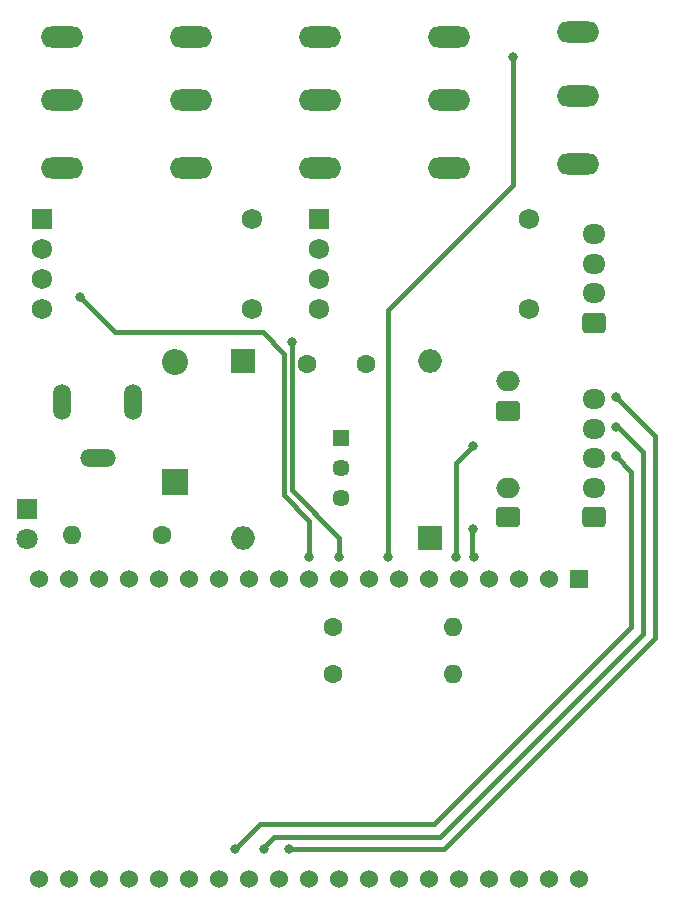
<source format=gbr>
%TF.GenerationSoftware,KiCad,Pcbnew,7.0.10*%
%TF.CreationDate,2025-05-14T10:04:39+02:00*%
%TF.ProjectId,Carte_driver_LED,43617274-655f-4647-9269-7665725f4c45,rev?*%
%TF.SameCoordinates,Original*%
%TF.FileFunction,Copper,L1,Top*%
%TF.FilePolarity,Positive*%
%FSLAX46Y46*%
G04 Gerber Fmt 4.6, Leading zero omitted, Abs format (unit mm)*
G04 Created by KiCad (PCBNEW 7.0.10) date 2025-05-14 10:04:39*
%MOMM*%
%LPD*%
G01*
G04 APERTURE LIST*
G04 Aperture macros list*
%AMRoundRect*
0 Rectangle with rounded corners*
0 $1 Rounding radius*
0 $2 $3 $4 $5 $6 $7 $8 $9 X,Y pos of 4 corners*
0 Add a 4 corners polygon primitive as box body*
4,1,4,$2,$3,$4,$5,$6,$7,$8,$9,$2,$3,0*
0 Add four circle primitives for the rounded corners*
1,1,$1+$1,$2,$3*
1,1,$1+$1,$4,$5*
1,1,$1+$1,$6,$7*
1,1,$1+$1,$8,$9*
0 Add four rect primitives between the rounded corners*
20,1,$1+$1,$2,$3,$4,$5,0*
20,1,$1+$1,$4,$5,$6,$7,0*
20,1,$1+$1,$6,$7,$8,$9,0*
20,1,$1+$1,$8,$9,$2,$3,0*%
G04 Aperture macros list end*
%TA.AperFunction,ComponentPad*%
%ADD10O,3.600000X1.800000*%
%TD*%
%TA.AperFunction,ComponentPad*%
%ADD11C,1.600000*%
%TD*%
%TA.AperFunction,ComponentPad*%
%ADD12O,1.600000X1.600000*%
%TD*%
%TA.AperFunction,ComponentPad*%
%ADD13R,1.448000X1.448000*%
%TD*%
%TA.AperFunction,ComponentPad*%
%ADD14C,1.448000*%
%TD*%
%TA.AperFunction,ComponentPad*%
%ADD15R,1.725000X1.725000*%
%TD*%
%TA.AperFunction,ComponentPad*%
%ADD16C,1.725000*%
%TD*%
%TA.AperFunction,ComponentPad*%
%ADD17RoundRect,0.250000X0.725000X-0.600000X0.725000X0.600000X-0.725000X0.600000X-0.725000X-0.600000X0*%
%TD*%
%TA.AperFunction,ComponentPad*%
%ADD18O,1.950000X1.700000*%
%TD*%
%TA.AperFunction,ComponentPad*%
%ADD19O,1.508000X3.016000*%
%TD*%
%TA.AperFunction,ComponentPad*%
%ADD20O,3.016000X1.508000*%
%TD*%
%TA.AperFunction,ComponentPad*%
%ADD21RoundRect,0.250000X0.750000X-0.600000X0.750000X0.600000X-0.750000X0.600000X-0.750000X-0.600000X0*%
%TD*%
%TA.AperFunction,ComponentPad*%
%ADD22O,2.000000X1.700000*%
%TD*%
%TA.AperFunction,ComponentPad*%
%ADD23R,2.200000X2.200000*%
%TD*%
%TA.AperFunction,ComponentPad*%
%ADD24O,2.200000X2.200000*%
%TD*%
%TA.AperFunction,ComponentPad*%
%ADD25R,2.000000X2.000000*%
%TD*%
%TA.AperFunction,ComponentPad*%
%ADD26O,2.000000X2.000000*%
%TD*%
%TA.AperFunction,ComponentPad*%
%ADD27R,1.800000X1.800000*%
%TD*%
%TA.AperFunction,ComponentPad*%
%ADD28C,1.800000*%
%TD*%
%TA.AperFunction,ComponentPad*%
%ADD29R,1.530000X1.530000*%
%TD*%
%TA.AperFunction,ComponentPad*%
%ADD30C,1.530000*%
%TD*%
%TA.AperFunction,ViaPad*%
%ADD31C,0.800000*%
%TD*%
%TA.AperFunction,Conductor*%
%ADD32C,0.400000*%
%TD*%
G04 APERTURE END LIST*
D10*
%TO.P,J3,1*%
%TO.N,/AN_1.1*%
X48175000Y-22250000D03*
%TO.P,J3,2*%
%TO.N,GND*%
X48175000Y-27650000D03*
%TO.P,J3,3*%
%TO.N,unconnected-(J3-Pad3)*%
X48175000Y-33350000D03*
%TD*%
D11*
%TO.P,R1,1*%
%TO.N,+5V*%
X34810000Y-64450000D03*
D12*
%TO.P,R1,2*%
%TO.N,Net-(D1-A)*%
X27190000Y-64450000D03*
%TD*%
D13*
%TO.P,U1,1,Vin*%
%TO.N,Net-(D4-K)*%
X49915000Y-56200000D03*
D14*
%TO.P,U1,2,GND*%
%TO.N,GND*%
X49915000Y-58740000D03*
%TO.P,U1,3,Vout*%
%TO.N,+5V*%
X49915000Y-61280000D03*
%TD*%
D15*
%TO.P,U3,1,+Vin*%
%TO.N,VCC*%
X48045000Y-37685000D03*
D16*
%TO.P,U3,2,An_Dim*%
%TO.N,/AN_1.1*%
X48045000Y-40225000D03*
%TO.P,U3,3,PWM/ON/OFF*%
%TO.N,/PWM_1.2*%
X48045000Y-42765000D03*
%TO.P,U3,4,GND*%
%TO.N,GND*%
X48045000Y-45305000D03*
%TO.P,U3,5,-Vout*%
%TO.N,Net-(U3--Vout)*%
X65825000Y-45305000D03*
%TO.P,U3,6,+Vout*%
%TO.N,Net-(U3-+Vout)*%
X65825000Y-37685000D03*
%TD*%
D11*
%TO.P,R3,1*%
%TO.N,/PWM_2.2*%
X49220000Y-76200000D03*
D12*
%TO.P,R3,2*%
%TO.N,Net-(J10-Pin_1)*%
X59380000Y-76200000D03*
%TD*%
D17*
%TO.P,J8,1,Pin_1*%
%TO.N,+5V*%
X71325000Y-46500000D03*
D18*
%TO.P,J8,2,Pin_2*%
%TO.N,GND*%
X71325000Y-44000000D03*
%TO.P,J8,3,Pin_3*%
%TO.N,/SDA*%
X71325000Y-41500000D03*
%TO.P,J8,4,Pin_4*%
%TO.N,/SCL*%
X71325000Y-39000000D03*
%TD*%
D10*
%TO.P,J4,1*%
%TO.N,Net-(U4-+Vout)*%
X37250000Y-22250000D03*
%TO.P,J4,2*%
%TO.N,Net-(U4--Vout)*%
X37250000Y-27650000D03*
%TO.P,J4,3*%
%TO.N,unconnected-(J4-Pad3)*%
X37250000Y-33350000D03*
%TD*%
D19*
%TO.P,J1,1*%
%TO.N,VCC*%
X32325000Y-53200000D03*
%TO.P,J1,2*%
%TO.N,GND*%
X26325000Y-53200000D03*
D20*
%TO.P,J1,3*%
%TO.N,unconnected-(J1-Pad3)*%
X29325000Y-57900000D03*
%TD*%
D10*
%TO.P,J5,1*%
%TO.N,/AN_2.1*%
X26325000Y-22250000D03*
%TO.P,J5,2*%
%TO.N,GND*%
X26325000Y-27650000D03*
%TO.P,J5,3*%
%TO.N,unconnected-(J5-Pad3)*%
X26325000Y-33350000D03*
%TD*%
D21*
%TO.P,J9,1,Pin_1*%
%TO.N,Net-(J9-Pin_1)*%
X64091666Y-53950000D03*
D22*
%TO.P,J9,2,Pin_2*%
%TO.N,GND*%
X64091666Y-51450000D03*
%TD*%
D23*
%TO.P,D4,1,K*%
%TO.N,Net-(D4-K)*%
X35900000Y-59960000D03*
D24*
%TO.P,D4,2,A*%
%TO.N,VCC*%
X35900000Y-49800000D03*
%TD*%
D11*
%TO.P,C2,1*%
%TO.N,Net-(D4-K)*%
X47025000Y-49950000D03*
%TO.P,C2,2*%
%TO.N,GND*%
X52025000Y-49950000D03*
%TD*%
D10*
%TO.P,J2,1*%
%TO.N,Net-(U3-+Vout)*%
X59100000Y-22250000D03*
%TO.P,J2,2*%
%TO.N,Net-(U3--Vout)*%
X59100000Y-27650000D03*
%TO.P,J2,3*%
%TO.N,unconnected-(J2-Pad3)*%
X59100000Y-33350000D03*
%TD*%
D15*
%TO.P,U4,1,+Vin*%
%TO.N,VCC*%
X24595000Y-37685000D03*
D16*
%TO.P,U4,2,An_Dim*%
%TO.N,/AN_2.1*%
X24595000Y-40225000D03*
%TO.P,U4,3,PWM/ON/OFF*%
%TO.N,/PWM_2.2*%
X24595000Y-42765000D03*
%TO.P,U4,4,GND*%
%TO.N,GND*%
X24595000Y-45305000D03*
%TO.P,U4,5,-Vout*%
%TO.N,Net-(U4--Vout)*%
X42375000Y-45305000D03*
%TO.P,U4,6,+Vout*%
%TO.N,Net-(U4-+Vout)*%
X42375000Y-37685000D03*
%TD*%
D25*
%TO.P,C3,1*%
%TO.N,+5V*%
X57500000Y-64700000D03*
D26*
%TO.P,C3,2*%
%TO.N,GND*%
X57500000Y-49700000D03*
%TD*%
D27*
%TO.P,D1,1,K*%
%TO.N,GND*%
X23325000Y-62250000D03*
D28*
%TO.P,D1,2,A*%
%TO.N,Net-(D1-A)*%
X23325000Y-64790000D03*
%TD*%
D25*
%TO.P,C1,1*%
%TO.N,Net-(D4-K)*%
X41675000Y-49700000D03*
D26*
%TO.P,C1,2*%
%TO.N,GND*%
X41675000Y-64700000D03*
%TD*%
D10*
%TO.P,J6,1*%
%TO.N,/trigger*%
X70025000Y-21900000D03*
%TO.P,J6,2*%
%TO.N,GND*%
X70025000Y-27300000D03*
%TO.P,J6,3*%
%TO.N,unconnected-(J6-Pad3)*%
X70025000Y-33000000D03*
%TD*%
D29*
%TO.P,U2,1,3V3*%
%TO.N,unconnected-(U2-3V3-Pad1)*%
X70105000Y-68200000D03*
D30*
%TO.P,U2,2,EN*%
%TO.N,unconnected-(U2-EN-Pad2)*%
X67565000Y-68200000D03*
%TO.P,U2,3,SENSOR_VP*%
%TO.N,unconnected-(U2-SENSOR_VP-Pad3)*%
X65025000Y-68200000D03*
%TO.P,U2,4,SENSOR_VN*%
%TO.N,unconnected-(U2-SENSOR_VN-Pad4)*%
X62485000Y-68200000D03*
%TO.P,U2,5,IO34*%
%TO.N,unconnected-(U2-IO34-Pad5)*%
X59945000Y-68200000D03*
%TO.P,U2,6,IO35*%
%TO.N,unconnected-(U2-IO35-Pad6)*%
X57405000Y-68200000D03*
%TO.P,U2,7,IO32*%
%TO.N,unconnected-(U2-IO32-Pad7)*%
X54865000Y-68200000D03*
%TO.P,U2,8,IO33*%
%TO.N,/trigger*%
X52325000Y-68200000D03*
%TO.P,U2,9,IO25*%
%TO.N,/PWM_1.2*%
X49785000Y-68200000D03*
%TO.P,U2,10,IO26*%
%TO.N,/PWM_2.2*%
X47245000Y-68200000D03*
%TO.P,U2,11,IO27*%
%TO.N,unconnected-(U2-IO27-Pad11)*%
X44705000Y-68200000D03*
%TO.P,U2,12,IO14*%
%TO.N,unconnected-(U2-IO14-Pad12)*%
X42165000Y-68200000D03*
%TO.P,U2,13,IO12*%
%TO.N,unconnected-(U2-IO12-Pad13)*%
X39625000Y-68200000D03*
%TO.P,U2,14,GND1*%
%TO.N,GND*%
X37085000Y-68200000D03*
%TO.P,U2,15,IO13*%
%TO.N,unconnected-(U2-IO13-Pad15)*%
X34545000Y-68200000D03*
%TO.P,U2,16,SD2*%
%TO.N,unconnected-(U2-SD2-Pad16)*%
X32005000Y-68200000D03*
%TO.P,U2,17,SD3*%
%TO.N,unconnected-(U2-SD3-Pad17)*%
X29465000Y-68200000D03*
%TO.P,U2,18,CMD*%
%TO.N,unconnected-(U2-CMD-Pad18)*%
X26925000Y-68200000D03*
%TO.P,U2,19,EXT_5V*%
%TO.N,+5V*%
X24385000Y-68200000D03*
%TO.P,U2,20,CLK*%
%TO.N,unconnected-(U2-CLK-Pad20)*%
X24385000Y-93600000D03*
%TO.P,U2,21,SD0*%
%TO.N,unconnected-(U2-SD0-Pad21)*%
X26925000Y-93600000D03*
%TO.P,U2,22,SD1*%
%TO.N,unconnected-(U2-SD1-Pad22)*%
X29465000Y-93600000D03*
%TO.P,U2,23,IO15*%
%TO.N,unconnected-(U2-IO15-Pad23)*%
X32005000Y-93600000D03*
%TO.P,U2,24,IO2*%
%TO.N,unconnected-(U2-IO2-Pad24)*%
X34545000Y-93600000D03*
%TO.P,U2,25,IO0*%
%TO.N,unconnected-(U2-IO0-Pad25)*%
X37085000Y-93600000D03*
%TO.P,U2,26,IO4*%
%TO.N,/SW*%
X39625000Y-93600000D03*
%TO.P,U2,27,IO16*%
%TO.N,/B*%
X42165000Y-93600000D03*
%TO.P,U2,28,IO17*%
%TO.N,/A*%
X44705000Y-93600000D03*
%TO.P,U2,29,IO5*%
%TO.N,unconnected-(U2-IO5-Pad29)*%
X47245000Y-93600000D03*
%TO.P,U2,30,IO18*%
%TO.N,unconnected-(U2-IO18-Pad30)*%
X49785000Y-93600000D03*
%TO.P,U2,31,IO19*%
%TO.N,unconnected-(U2-IO19-Pad31)*%
X52325000Y-93600000D03*
%TO.P,U2,32,GND2*%
%TO.N,GND*%
X54865000Y-93600000D03*
%TO.P,U2,33,IO21*%
%TO.N,/SDA*%
X57405000Y-93600000D03*
%TO.P,U2,34,RXD0*%
%TO.N,unconnected-(U2-RXD0-Pad34)*%
X59945000Y-93600000D03*
%TO.P,U2,35,TXD0*%
%TO.N,unconnected-(U2-TXD0-Pad35)*%
X62485000Y-93600000D03*
%TO.P,U2,36,IO22*%
%TO.N,/SCL*%
X65025000Y-93600000D03*
%TO.P,U2,37,IO23*%
%TO.N,unconnected-(U2-IO23-Pad37)*%
X67565000Y-93600000D03*
%TO.P,U2,38,GND3*%
%TO.N,GND*%
X70105000Y-93600000D03*
%TD*%
D21*
%TO.P,J10,1,Pin_1*%
%TO.N,Net-(J10-Pin_1)*%
X64091666Y-62950000D03*
D22*
%TO.P,J10,2,Pin_2*%
%TO.N,GND*%
X64091666Y-60450000D03*
%TD*%
D11*
%TO.P,R2,1*%
%TO.N,/PWM_1.2*%
X49220000Y-72200000D03*
D12*
%TO.P,R2,2*%
%TO.N,Net-(J9-Pin_1)*%
X59380000Y-72200000D03*
%TD*%
D17*
%TO.P,J7,1,Pin_1*%
%TO.N,+5V*%
X71325000Y-62950000D03*
D18*
%TO.P,J7,2,Pin_2*%
%TO.N,GND*%
X71325000Y-60450000D03*
%TO.P,J7,3,Pin_3*%
%TO.N,/SW*%
X71325000Y-57950000D03*
%TO.P,J7,4,Pin_4*%
%TO.N,/B*%
X71325000Y-55450000D03*
%TO.P,J7,5,Pin_5*%
%TO.N,/A*%
X71325000Y-52950000D03*
%TD*%
D31*
%TO.N,/PWM_2.2*%
X27800000Y-44300000D03*
X47245000Y-66300000D03*
%TO.N,/A*%
X45500000Y-91000000D03*
X73200000Y-52800000D03*
%TO.N,/trigger*%
X64500000Y-24000000D03*
X53900000Y-66300000D03*
%TO.N,Net-(J9-Pin_1)*%
X59700000Y-66300000D03*
X61120833Y-56920833D03*
%TO.N,Net-(J10-Pin_1)*%
X61200000Y-66340000D03*
X61100000Y-63975000D03*
%TO.N,/SW*%
X41000000Y-91000000D03*
X73200000Y-57800000D03*
%TO.N,/B*%
X43400000Y-91000000D03*
X73200000Y-55300000D03*
%TO.N,/PWM_1.2*%
X49785000Y-66300000D03*
X45775000Y-48100000D03*
%TD*%
D32*
%TO.N,/PWM_2.2*%
X45100000Y-49100000D02*
X43300000Y-47300000D01*
X47245000Y-63245000D02*
X45100000Y-61100000D01*
X43300000Y-47300000D02*
X30800000Y-47300000D01*
X30800000Y-47300000D02*
X27800000Y-44300000D01*
X45100000Y-61100000D02*
X45100000Y-49100000D01*
X47245000Y-66300000D02*
X47245000Y-63245000D01*
%TO.N,/A*%
X45500000Y-91000000D02*
X58700000Y-91000000D01*
X58700000Y-91000000D02*
X76500000Y-73200000D01*
X76500000Y-73200000D02*
X76500000Y-56100000D01*
X76500000Y-56100000D02*
X73200000Y-52800000D01*
%TO.N,/trigger*%
X53900000Y-45400000D02*
X64500000Y-34800000D01*
X53900000Y-66300000D02*
X53900000Y-45400000D01*
X64500000Y-34800000D02*
X64500000Y-24000000D01*
%TO.N,Net-(J9-Pin_1)*%
X59700000Y-58341666D02*
X59700000Y-66300000D01*
X61120833Y-56920833D02*
X59700000Y-58341666D01*
%TO.N,Net-(J10-Pin_1)*%
X61000000Y-64075000D02*
X61100000Y-63975000D01*
X61000000Y-66140000D02*
X61000000Y-64075000D01*
X61200000Y-66340000D02*
X61000000Y-66140000D01*
%TO.N,/SW*%
X43100000Y-88900000D02*
X57825000Y-88900000D01*
X57825000Y-88900000D02*
X74500000Y-72225000D01*
X41000000Y-91000000D02*
X43100000Y-88900000D01*
X74500000Y-72225000D02*
X74500000Y-59100000D01*
X74500000Y-59100000D02*
X73200000Y-57800000D01*
%TO.N,/B*%
X58300000Y-90000000D02*
X44300000Y-90000000D01*
X73200000Y-55300000D02*
X73400000Y-55300000D01*
X73400000Y-55300000D02*
X75500000Y-57400000D01*
X44300000Y-90000000D02*
X43400000Y-90900000D01*
X75500000Y-72800000D02*
X58300000Y-90000000D01*
X75500000Y-57400000D02*
X75500000Y-72800000D01*
%TO.N,/PWM_1.2*%
X45775000Y-48100000D02*
X45775000Y-60675000D01*
X49785000Y-64685000D02*
X49785000Y-66300000D01*
X45775000Y-60675000D02*
X49785000Y-64685000D01*
%TD*%
M02*

</source>
